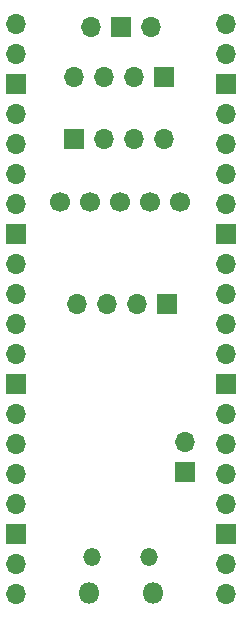
<source format=gbr>
%TF.GenerationSoftware,KiCad,Pcbnew,7.0.11-7.0.11~ubuntu22.04.1*%
%TF.CreationDate,2024-11-24T08:43:31+00:00*%
%TF.ProjectId,PicoController,5069636f-436f-46e7-9472-6f6c6c65722e,rev?*%
%TF.SameCoordinates,Original*%
%TF.FileFunction,Soldermask,Bot*%
%TF.FilePolarity,Negative*%
%FSLAX46Y46*%
G04 Gerber Fmt 4.6, Leading zero omitted, Abs format (unit mm)*
G04 Created by KiCad (PCBNEW 7.0.11-7.0.11~ubuntu22.04.1) date 2024-11-24 08:43:31*
%MOMM*%
%LPD*%
G01*
G04 APERTURE LIST*
%ADD10O,1.800000X1.800000*%
%ADD11O,1.500000X1.500000*%
%ADD12O,1.700000X1.700000*%
%ADD13R,1.700000X1.700000*%
%ADD14C,1.700000*%
G04 APERTURE END LIST*
D10*
%TO.C,Pico1*%
X141713800Y-115186000D03*
D11*
X141413800Y-112156000D03*
X136563800Y-112156000D03*
D10*
X136263800Y-115186000D03*
D12*
X147878800Y-115316000D03*
X147878800Y-112776000D03*
D13*
X147878800Y-110236000D03*
D12*
X147878800Y-107696000D03*
X147878800Y-105156000D03*
X147878800Y-102616000D03*
X147878800Y-100076000D03*
D13*
X147878800Y-97536000D03*
D12*
X147878800Y-94996000D03*
X147878800Y-92456000D03*
X147878800Y-89916000D03*
X147878800Y-87376000D03*
D13*
X147878800Y-84836000D03*
D12*
X147878800Y-82296000D03*
X147878800Y-79756000D03*
X147878800Y-77216000D03*
X147878800Y-74676000D03*
D13*
X147878800Y-72136000D03*
D12*
X147878800Y-69596000D03*
X147878800Y-67056000D03*
X130098800Y-67056000D03*
X130098800Y-69596000D03*
D13*
X130098800Y-72136000D03*
D12*
X130098800Y-74676000D03*
X130098800Y-77216000D03*
X130098800Y-79756000D03*
X130098800Y-82296000D03*
D13*
X130098800Y-84836000D03*
D12*
X130098800Y-87376000D03*
X130098800Y-89916000D03*
X130098800Y-92456000D03*
X130098800Y-94996000D03*
D13*
X130098800Y-97536000D03*
D12*
X130098800Y-100076000D03*
X130098800Y-102616000D03*
X130098800Y-105156000D03*
X130098800Y-107696000D03*
D13*
X130098800Y-110236000D03*
D12*
X130098800Y-112776000D03*
X130098800Y-115316000D03*
X141528800Y-67286000D03*
D13*
X138988800Y-67286000D03*
D12*
X136448800Y-67286000D03*
%TD*%
D13*
%TO.C,SW1*%
X144424400Y-105008600D03*
D12*
X144424400Y-102468600D03*
%TD*%
D13*
%TO.C,JOY1*%
X135026400Y-76809600D03*
D12*
X137566400Y-76809600D03*
X140106400Y-76809600D03*
X142646400Y-76809600D03*
%TD*%
D14*
%TO.C,RCWL-1*%
X143993100Y-82150300D03*
X141453100Y-82150300D03*
X138913100Y-82150300D03*
X136373100Y-82150300D03*
X133833100Y-82150300D03*
%TD*%
D13*
%TO.C,JOUT1*%
X142646400Y-71526400D03*
D12*
X140106400Y-71526400D03*
X137566400Y-71526400D03*
X135026400Y-71526400D03*
%TD*%
D13*
%TO.C,JIN1*%
X142900400Y-90728800D03*
D12*
X140360400Y-90728800D03*
X137820400Y-90728800D03*
X135280400Y-90728800D03*
%TD*%
M02*

</source>
